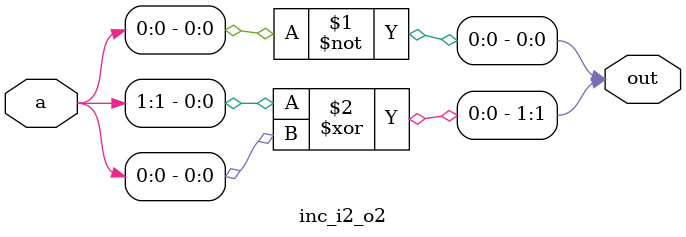
<source format=sv>
module inc_i2_o2(a, out);
    input[1:0] a;
    output[1:0] out;
    
    assign out[0] = ~a[0];
    assign out[1] = a[1] ^ a[0];
      
endmodule
</source>
